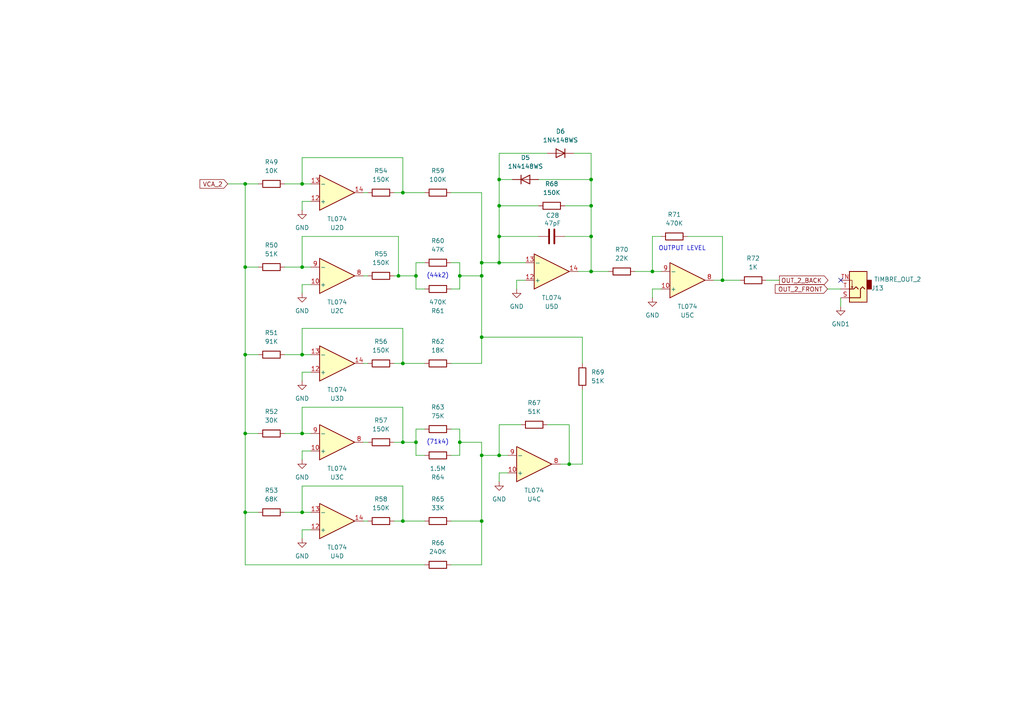
<source format=kicad_sch>
(kicad_sch (version 20231120) (generator "eeschema") (generator_version "8.0")
  (paper "A4")
  (title_block (title "Dual Timbre Wavefolder Section") (date "2025-05-01") (rev "1.0") (company "StudioKAT"))
  (lib_symbols
    (symbol "Amplifier_Operational:TL074" (pin_names (offset 0.127))
      (property "Reference" "U" (at 0 5.08 0))
      (property "Value" "TL074" (at 0 -5.08 0))
      (symbol "TL074_1_1"
        (polyline (pts (xy -5.08 5.08) (xy 5.08 0) (xy -5.08 -5.08) (xy -5.08 5.08)) (stroke (width 0.254)) (fill (type background)))
        (pin output line (at 7.62 0 180) (length 2.54) (name "~") (number "1"))
        (pin input line (at -7.62 -2.54 0) (length 2.54) (name "-") (number "2"))
        (pin input line (at -7.62 2.54 0) (length 2.54) (name "+") (number "3"))
      )
      (symbol "TL074_2_1"
        (polyline (pts (xy -5.08 5.08) (xy 5.08 0) (xy -5.08 -5.08) (xy -5.08 5.08)) (stroke (width 0.254)) (fill (type background)))
        (pin input line (at -7.62 2.54 0) (length 2.54) (name "+") (number "5"))
        (pin input line (at -7.62 -2.54 0) (length 2.54) (name "-") (number "6"))
        (pin output line (at 7.62 0 180) (length 2.54) (name "~") (number "7"))
      )
      (symbol "TL074_3_1"
        (polyline (pts (xy -5.08 5.08) (xy 5.08 0) (xy -5.08 -5.08) (xy -5.08 5.08)) (stroke (width 0.254)) (fill (type background)))
        (pin input line (at -7.62 2.54 0) (length 2.54) (name "+") (number "10"))
        (pin output line (at 7.62 0 180) (length 2.54) (name "~") (number "8"))
        (pin input line (at -7.62 -2.54 0) (length 2.54) (name "-") (number "9"))
      )
      (symbol "TL074_4_1"
        (polyline (pts (xy -5.08 5.08) (xy 5.08 0) (xy -5.08 -5.08) (xy -5.08 5.08)) (stroke (width 0.254)) (fill (type background)))
        (pin input line (at -7.62 2.54 0) (length 2.54) (name "+") (number "12"))
        (pin input line (at -7.62 -2.54 0) (length 2.54) (name "-") (number "13"))
        (pin output line (at 7.62 0 180) (length 2.54) (name "~") (number "14"))
      )
      (symbol "TL074_5_1"
        (pin power_in line (at -2.54 -7.62 90) (length 3.81) (name "V-") (number "11"))
        (pin power_in line (at -2.54 7.62 270) (length 3.81) (name "V+") (number "4"))
      )
    )
    (symbol "Connector_Audio:AudioJack2_SwitchT"
      (property "Reference" "J" (at 0 8.89 0))
      (property "Value" "AudioJack2_SwitchT" (at 0 6.35 0))
      (symbol "AudioJack2_SwitchT_0_1"
        (rectangle (start -2.54 0) (end -3.81 -2.54) (stroke (width 0.254)) (fill (type outline)))
        (polyline (pts (xy 1.778 -0.254) (xy 2.032 -0.762)))
        (polyline (pts (xy 0 0) (xy 0.635 -0.635) (xy 1.27 0) (xy 2.54 0)) (stroke (width 0.254)))
        (polyline (pts (xy 2.54 -2.54) (xy 1.778 -2.54) (xy 1.778 -0.254) (xy 1.524 -0.762)))
        (polyline (pts (xy 2.54 2.54) (xy -0.635 2.54) (xy -0.635 0) (xy -1.27 -0.635) (xy -1.905 0)) (stroke (width 0.254)))
        (rectangle (start 2.54 3.81) (end -2.54 -5.08) (stroke (width 0.254)) (fill (type background)))
      )
      (symbol "AudioJack2_SwitchT_1_1"
        (pin passive line (at 5.08 2.54 180) (length 2.54) (name "~") (number "S"))
        (pin passive line (at 5.08 0 180) (length 2.54) (name "~") (number "T"))
        (pin passive line (at 5.08 -2.54 180) (length 2.54) (name "~") (number "TN"))
      )
    )
    (symbol "Device:C" (pin_numbers hide) (pin_names (offset 0.254))
      (property "Reference" "C" (at 0.635 2.54 0))
      (property "Value" "C" (at 0.635 -2.54 0))
      (symbol "C_0_1"
        (polyline (pts (xy -2.032 -0.762) (xy 2.032 -0.762)) (stroke (width 0.508)))
        (polyline (pts (xy -2.032 0.762) (xy 2.032 0.762)) (stroke (width 0.508)))
      )
      (symbol "C_1_1"
        (pin passive line (at 0 3.81 270) (length 2.794) (name "~") (number "1"))
        (pin passive line (at 0 -3.81 90) (length 2.794) (name "~") (number "2"))
      )
    )
    (symbol "Device:R" (pin_numbers hide) (pin_names (offset 0))
      (property "Reference" "R" (at 2.032 0 90))
      (property "Value" "R" (at 0 0 90))
      (symbol "R_0_1"
        (rectangle (start -1.016 -2.54) (end 1.016 2.54) (stroke (width 0.254)))
      )
      (symbol "R_1_1"
        (pin passive line (at 0 3.81 270) (length 1.27) (name "~") (number "1"))
        (pin passive line (at 0 -3.81 90) (length 1.27) (name "~") (number "2"))
      )
    )
    (symbol "Diode:1N4148WS" (pin_numbers hide) (pin_names hide)
      (property "Reference" "D" (at 0 2.54 0))
      (property "Value" "1N4148WS" (at 0 -2.54 0))
      (symbol "1N4148WS_0_1"
        (polyline (pts (xy -1.27 1.27) (xy -1.27 -1.27)) (stroke (width 0.254)))
        (polyline (pts (xy 1.27 0) (xy -1.27 0)))
        (polyline (pts (xy 1.27 1.27) (xy 1.27 -1.27) (xy -1.27 0) (xy 1.27 1.27)) (stroke (width 0.254)))
      )
      (symbol "1N4148WS_1_1"
        (pin passive line (at -3.81 0 0) (length 2.54) (name "K") (number "1"))
        (pin passive line (at 3.81 0 180) (length 2.54) (name "A") (number "2"))
      )
    )
    (symbol "power:GND" (power) (pin_numbers hide) (pin_names (offset 0) hide)
      (property "Value" "GND" (at 0 -3.81 0))
      (symbol "GND_0_1"
        (polyline (pts (xy 0 0) (xy 0 -1.27) (xy 1.27 -1.27) (xy 0 -2.54) (xy -1.27 -1.27) (xy 0 -1.27)))
      )
      (symbol "GND_1_1"
        (pin power_in line (at 0 0 270) (length 0) (name "~") (number "1"))
      )
    )
    (symbol "power:GND1" (power) (pin_numbers hide) (pin_names (offset 0) hide)
      (property "Value" "GND1" (at 0 -3.81 0))
      (symbol "GND1_0_1"
        (polyline (pts (xy 0 0) (xy 0 -1.27) (xy 1.27 -1.27) (xy 0 -2.54) (xy -1.27 -1.27) (xy 0 -1.27)))
      )
      (symbol "GND1_1_1"
        (pin power_in line (at 0 0 270) (length 0) (name "~") (number "1"))
      )
    )
  )
  (junction (at 71.12 77.47))
  (junction (at 144.78 59.69))
  (junction (at 87.63 125.73))
  (junction (at 120.65 128.27))
  (junction (at 87.63 102.87))
  (junction (at 144.78 132.08))
  (junction (at 115.57 80.01))
  (junction (at 139.7 132.08))
  (junction (at 71.12 148.59))
  (junction (at 144.78 68.58))
  (junction (at 71.12 102.87))
  (junction (at 144.78 52.07))
  (junction (at 139.7 97.79))
  (junction (at 171.45 78.74))
  (junction (at 139.7 151.13))
  (junction (at 139.7 76.2))
  (junction (at 144.78 76.2))
  (junction (at 139.7 80.01))
  (junction (at 87.63 53.34))
  (junction (at 116.84 105.41))
  (junction (at 133.35 128.27))
  (junction (at 116.84 55.88))
  (junction (at 171.45 68.58))
  (junction (at 71.12 53.34))
  (junction (at 209.55 81.28))
  (junction (at 120.65 80.01))
  (junction (at 87.63 77.47))
  (junction (at 116.84 128.27))
  (junction (at 189.23 78.74))
  (junction (at 133.35 80.01))
  (junction (at 116.84 151.13))
  (junction (at 171.45 52.07))
  (junction (at 165.1 134.62))
  (junction (at 171.45 59.69))
  (junction (at 87.63 148.59))
  (junction (at 71.12 125.73))
  (no_connect (at 243.84 81.28))
  (wire (pts (xy 106.68 55.88) (xy 105.41 55.88)))
  (wire (pts (xy 156.21 59.69) (xy 144.78 59.69)))
  (wire (pts (xy 74.93 53.34) (xy 71.12 53.34)))
  (wire (pts (xy 87.63 102.87) (xy 87.63 95.25)))
  (wire (pts (xy 90.17 107.95) (xy 87.63 107.95)))
  (wire (pts (xy 209.55 81.28) (xy 214.63 81.28)))
  (wire (pts (xy 120.65 124.46) (xy 123.19 124.46)))
  (wire (pts (xy 82.55 148.59) (xy 87.63 148.59)))
  (wire (pts (xy 144.78 132.08) (xy 144.78 123.19)))
  (wire (pts (xy 74.93 77.47) (xy 71.12 77.47)))
  (wire (pts (xy 74.93 125.73) (xy 71.12 125.73)))
  (wire (pts (xy 171.45 78.74) (xy 176.53 78.74)))
  (wire (pts (xy 90.17 77.47) (xy 87.63 77.47)))
  (wire (pts (xy 158.75 123.19) (xy 165.1 123.19)))
  (wire (pts (xy 71.12 53.34) (xy 71.12 77.47)))
  (wire (pts (xy 163.83 59.69) (xy 171.45 59.69)))
  (wire (pts (xy 199.39 68.58) (xy 209.55 68.58)))
  (wire (pts (xy 133.35 132.08) (xy 130.81 132.08)))
  (wire (pts (xy 139.7 76.2) (xy 144.78 76.2)))
  (wire (pts (xy 156.21 52.07) (xy 171.45 52.07)))
  (wire (pts (xy 240.03 83.82) (xy 243.84 83.82)))
  (wire (pts (xy 74.93 102.87) (xy 71.12 102.87)))
  (wire (pts (xy 165.1 123.19) (xy 165.1 134.62)))
  (wire (pts (xy 87.63 58.42) (xy 87.63 60.96)))
  (wire (pts (xy 120.65 124.46) (xy 120.65 128.27)))
  (wire (pts (xy 114.3 80.01) (xy 115.57 80.01)))
  (wire (pts (xy 120.65 132.08) (xy 120.65 128.27)))
  (wire (pts (xy 114.3 128.27) (xy 116.84 128.27)))
  (wire (pts (xy 144.78 52.07) (xy 144.78 59.69)))
  (wire (pts (xy 87.63 95.25) (xy 116.84 95.25)))
  (wire (pts (xy 71.12 148.59) (xy 71.12 163.83)))
  (wire (pts (xy 116.84 128.27) (xy 116.84 118.11)))
  (wire (pts (xy 120.65 76.2) (xy 120.65 80.01)))
  (wire (pts (xy 114.3 151.13) (xy 116.84 151.13)))
  (wire (pts (xy 114.3 55.88) (xy 116.84 55.88)))
  (wire (pts (xy 133.35 128.27) (xy 139.7 128.27)))
  (wire (pts (xy 87.63 148.59) (xy 87.63 140.97)))
  (wire (pts (xy 158.75 44.45) (xy 144.78 44.45)))
  (wire (pts (xy 133.35 80.01) (xy 139.7 80.01)))
  (wire (pts (xy 144.78 68.58) (xy 144.78 76.2)))
  (wire (pts (xy 139.7 151.13) (xy 139.7 163.83)))
  (wire (pts (xy 105.41 128.27) (xy 106.68 128.27)))
  (wire (pts (xy 166.37 44.45) (xy 171.45 44.45)))
  (wire (pts (xy 106.68 80.01) (xy 105.41 80.01)))
  (wire (pts (xy 191.77 83.82) (xy 189.23 83.82)))
  (wire (pts (xy 120.65 132.08) (xy 123.19 132.08)))
  (wire (pts (xy 106.68 151.13) (xy 105.41 151.13)))
  (wire (pts (xy 106.68 105.41) (xy 105.41 105.41)))
  (wire (pts (xy 209.55 68.58) (xy 209.55 81.28)))
  (wire (pts (xy 87.63 125.73) (xy 87.63 118.11)))
  (wire (pts (xy 171.45 59.69) (xy 171.45 68.58)))
  (wire (pts (xy 71.12 125.73) (xy 71.12 148.59)))
  (wire (pts (xy 133.35 124.46) (xy 133.35 128.27)))
  (wire (pts (xy 133.35 76.2) (xy 130.81 76.2)))
  (wire (pts (xy 144.78 123.19) (xy 151.13 123.19)))
  (wire (pts (xy 189.23 83.82) (xy 189.23 86.36)))
  (wire (pts (xy 171.45 78.74) (xy 167.64 78.74)))
  (wire (pts (xy 82.55 77.47) (xy 87.63 77.47)))
  (wire (pts (xy 144.78 76.2) (xy 152.4 76.2)))
  (wire (pts (xy 87.63 82.55) (xy 87.63 85.09)))
  (wire (pts (xy 116.84 128.27) (xy 120.65 128.27)))
  (wire (pts (xy 87.63 68.58) (xy 115.57 68.58)))
  (wire (pts (xy 139.7 128.27) (xy 139.7 132.08)))
  (wire (pts (xy 115.57 68.58) (xy 115.57 80.01)))
  (wire (pts (xy 116.84 105.41) (xy 116.84 95.25)))
  (wire (pts (xy 90.17 102.87) (xy 87.63 102.87)))
  (wire (pts (xy 130.81 105.41) (xy 139.7 105.41)))
  (wire (pts (xy 163.83 68.58) (xy 171.45 68.58)))
  (wire (pts (xy 114.3 105.41) (xy 116.84 105.41)))
  (wire (pts (xy 222.25 81.28) (xy 226.06 81.28)))
  (wire (pts (xy 87.63 140.97) (xy 116.84 140.97)))
  (wire (pts (xy 116.84 55.88) (xy 123.19 55.88)))
  (wire (pts (xy 115.57 80.01) (xy 120.65 80.01)))
  (wire (pts (xy 90.17 58.42) (xy 87.63 58.42)))
  (wire (pts (xy 87.63 68.58) (xy 87.63 77.47)))
  (wire (pts (xy 243.84 88.9) (xy 243.84 86.36)))
  (wire (pts (xy 87.63 45.72) (xy 116.84 45.72)))
  (wire (pts (xy 82.55 102.87) (xy 87.63 102.87)))
  (wire (pts (xy 87.63 153.67) (xy 87.63 156.21)))
  (wire (pts (xy 171.45 68.58) (xy 171.45 78.74)))
  (wire (pts (xy 144.78 44.45) (xy 144.78 52.07)))
  (wire (pts (xy 207.01 81.28) (xy 209.55 81.28)))
  (wire (pts (xy 133.35 132.08) (xy 133.35 128.27)))
  (wire (pts (xy 71.12 148.59) (xy 74.93 148.59)))
  (wire (pts (xy 168.91 134.62) (xy 165.1 134.62)))
  (wire (pts (xy 148.59 52.07) (xy 144.78 52.07)))
  (wire (pts (xy 130.81 151.13) (xy 139.7 151.13)))
  (wire (pts (xy 152.4 81.28) (xy 149.86 81.28)))
  (wire (pts (xy 116.84 151.13) (xy 123.19 151.13)))
  (wire (pts (xy 189.23 68.58) (xy 189.23 78.74)))
  (wire (pts (xy 149.86 81.28) (xy 149.86 83.82)))
  (wire (pts (xy 87.63 53.34) (xy 87.63 45.72)))
  (wire (pts (xy 87.63 107.95) (xy 87.63 110.49)))
  (wire (pts (xy 120.65 76.2) (xy 123.19 76.2)))
  (wire (pts (xy 87.63 125.73) (xy 90.17 125.73)))
  (wire (pts (xy 168.91 113.03) (xy 168.91 134.62)))
  (wire (pts (xy 133.35 76.2) (xy 133.35 80.01)))
  (wire (pts (xy 139.7 105.41) (xy 139.7 97.79)))
  (wire (pts (xy 90.17 82.55) (xy 87.63 82.55)))
  (wire (pts (xy 116.84 105.41) (xy 123.19 105.41)))
  (wire (pts (xy 139.7 163.83) (xy 130.81 163.83)))
  (wire (pts (xy 139.7 80.01) (xy 139.7 97.79)))
  (wire (pts (xy 144.78 132.08) (xy 139.7 132.08)))
  (wire (pts (xy 144.78 137.16) (xy 147.32 137.16)))
  (wire (pts (xy 116.84 55.88) (xy 116.84 45.72)))
  (wire (pts (xy 120.65 83.82) (xy 120.65 80.01)))
  (wire (pts (xy 123.19 163.83) (xy 71.12 163.83)))
  (wire (pts (xy 191.77 68.58) (xy 189.23 68.58)))
  (wire (pts (xy 189.23 78.74) (xy 191.77 78.74)))
  (wire (pts (xy 87.63 118.11) (xy 116.84 118.11)))
  (wire (pts (xy 165.1 134.62) (xy 162.56 134.62)))
  (wire (pts (xy 90.17 53.34) (xy 87.63 53.34)))
  (wire (pts (xy 144.78 137.16) (xy 144.78 139.7)))
  (wire (pts (xy 139.7 132.08) (xy 139.7 151.13)))
  (wire (pts (xy 90.17 130.81) (xy 87.63 130.81)))
  (wire (pts (xy 90.17 153.67) (xy 87.63 153.67)))
  (wire (pts (xy 144.78 59.69) (xy 144.78 68.58)))
  (wire (pts (xy 168.91 105.41) (xy 168.91 97.79)))
  (wire (pts (xy 171.45 44.45) (xy 171.45 52.07)))
  (wire (pts (xy 168.91 97.79) (xy 139.7 97.79)))
  (wire (pts (xy 133.35 83.82) (xy 133.35 80.01)))
  (wire (pts (xy 171.45 52.07) (xy 171.45 59.69)))
  (wire (pts (xy 82.55 53.34) (xy 87.63 53.34)))
  (wire (pts (xy 184.15 78.74) (xy 189.23 78.74)))
  (wire (pts (xy 66.04 53.34) (xy 71.12 53.34)))
  (wire (pts (xy 87.63 130.81) (xy 87.63 133.35)))
  (wire (pts (xy 71.12 102.87) (xy 71.12 125.73)))
  (wire (pts (xy 87.63 148.59) (xy 90.17 148.59)))
  (wire (pts (xy 116.84 151.13) (xy 116.84 140.97)))
  (wire (pts (xy 139.7 80.01) (xy 139.7 76.2)))
  (wire (pts (xy 71.12 77.47) (xy 71.12 102.87)))
  (wire (pts (xy 130.81 124.46) (xy 133.35 124.46)))
  (wire (pts (xy 130.81 83.82) (xy 133.35 83.82)))
  (wire (pts (xy 120.65 83.82) (xy 123.19 83.82)))
  (wire (pts (xy 139.7 55.88) (xy 139.7 76.2)))
  (wire (pts (xy 82.55 125.73) (xy 87.63 125.73)))
  (wire (pts (xy 130.81 55.88) (xy 139.7 55.88)))
  (wire (pts (xy 147.32 132.08) (xy 144.78 132.08)))
  (wire (pts (xy 156.21 68.58) (xy 144.78 68.58)))
  (text "OUTPUT LEVEL" (at 197.866 72.136 0) (effects (font (size 1.27 1.27))))
  (text "(44k2)" (at 123.698 80.772 0) (effects (font (size 1.27 1.27)) (justify left bottom)))
  (text "(71k4)" (at 123.698 129.032 0) (effects (font (size 1.27 1.27)) (justify left bottom)))
  (global_label "OUT_2_FRONT" (shape input) (at 240.03 83.82 180) (property "Intersheetrefs" "${INTERSHEET_REFS}" (effects (hide yes))))
  (global_label "OUT_2_BACK" (shape output) (at 226.06 81.28 0) (property "Intersheetrefs" "${INTERSHEET_REFS}" (effects (hide yes))))
  (global_label "VCA_2" (shape input) (at 66.04 53.34 180) (property "Intersheetrefs" "${INTERSHEET_REFS}" (effects (hide yes))))
  (symbol (lib_id "Device:R") (at 127 132.08 90) (mirror x) (unit 1)
    (property "Reference" "R64" (at 127 138.43 90))
    (property "Value" "1.5M" (at 127 135.89 90))
    (property "Footprint" "Resistor_SMD:R_0603_1608Metric" (effects (hide yes)))
    (property "Description" "Resistor" (effects (hide yes)))
    (property "LCSC" "C4172" (effects (hide yes)))
  )
  (symbol (lib_id "Device:R") (at 127 105.41 90) (unit 1)
    (property "Reference" "R62" (at 127 99.06 90))
    (property "Value" "18K" (at 127 101.6 90))
    (property "Footprint" "Resistor_SMD:R_0402_1005Metric" (effects (hide yes)))
    (property "Description" "Resistor" (effects (hide yes)))
    (property "LCSC" "C25762" (effects (hide yes)))
  )
  (symbol (lib_id "Device:R") (at 168.91 109.22 180) (unit 1)
    (property "Reference" "R69" (at 171.45 107.9499 0) (effects (justify right)))
    (property "Value" "51K" (at 171.45 110.4899 0) (effects (justify right)))
    (property "Footprint" "Resistor_SMD:R_0402_1005Metric" (effects (hide yes)))
    (property "Description" "Resistor" (effects (hide yes)))
    (property "LCSC" "C25794" (effects (hide yes)))
  )
  (symbol (lib_id "power:GND") (at 189.23 86.36 0) (unit 1)
    (property "Reference" "#PWR058" (effects (hide yes)))
    (property "Value" "GND" (at 189.23 91.44 0))
  )
  (symbol (lib_id "Device:R") (at 110.49 128.27 90) (unit 1)
    (property "Reference" "R57" (at 110.49 121.92 90))
    (property "Value" "150K" (at 110.49 124.46 90))
    (property "Footprint" "Resistor_SMD:R_0402_1005Metric" (effects (hide yes)))
    (property "Description" "Resistor" (effects (hide yes)))
    (property "LCSC" "C25755" (effects (hide yes)))
  )
  (symbol (lib_id "power:GND") (at 87.63 110.49 0) (unit 1)
    (property "Reference" "#PWR053" (effects (hide yes)))
    (property "Value" "GND" (at 87.63 115.57 0))
    (property "Description" "Power symbol creates a global label with name \"GND\" , ground" (effects (hide yes)))
  )
  (symbol (lib_id "power:GND") (at 87.63 156.21 0) (unit 1)
    (property "Reference" "#PWR055" (effects (hide yes)))
    (property "Value" "GND" (at 87.63 161.29 0))
    (property "Description" "Power symbol creates a global label with name \"GND\" , ground" (effects (hide yes)))
  )
  (symbol (lib_id "power:GND1") (at 243.84 88.9 0) (unit 1)
    (property "Reference" "#PWR059" (effects (hide yes)))
    (property "Value" "GND1" (at 243.84 93.98 0))
    (property "Description" "Power symbol creates a global label with name \"GND1\" , ground" (effects (hide yes)))
  )
  (symbol (lib_id "Device:R") (at 78.74 53.34 90) (unit 1)
    (property "Reference" "R49" (at 78.74 46.99 90))
    (property "Value" "10K" (at 78.74 49.53 90))
    (property "Footprint" "Resistor_SMD:R_0402_1005Metric" (effects (hide yes)))
    (property "Description" "Resistor" (effects (hide yes)))
    (property "LCSC" "C25744" (effects (hide yes)))
  )
  (symbol (lib_id "Device:R") (at 154.94 123.19 90) (unit 1)
    (property "Reference" "R67" (at 154.94 116.84 90))
    (property "Value" "51K" (at 154.94 119.38 90))
    (property "Footprint" "Resistor_SMD:R_0402_1005Metric" (effects (hide yes)))
    (property "Description" "Resistor" (effects (hide yes)))
    (property "LCSC" "C25794" (effects (hide yes)))
  )
  (symbol (lib_id "Amplifier_Operational:TL074") (at 97.79 55.88 0) (mirror x) (unit 4)
    (property "Reference" "U2" (at 97.79 66.04 0))
    (property "Value" "TL074" (at 97.79 63.5 0))
    (property "Footprint" "Package_SO:SOIC-14_3.9x8.7mm_P1.27mm" (effects (hide yes)))
    (property "Datasheet" "http://www.ti.com/lit/ds/symlink/tl071.pdf" (effects (hide yes)))
    (property "Description" "Quad Low-Noise JFET-Input Operational Amplifiers, DIP-14/SOIC-14" (effects (hide yes)))
    (property "LCSC" "C6963" (effects (hide yes)))
  )
  (symbol (lib_id "Amplifier_Operational:TL074") (at 97.79 105.41 0) (mirror x) (unit 4)
    (property "Reference" "U3" (at 97.79 115.57 0))
    (property "Value" "TL074" (at 97.79 113.03 0))
    (property "Footprint" "Package_SO:SOIC-14_3.9x8.7mm_P1.27mm" (effects (hide yes)))
    (property "Datasheet" "http://www.ti.com/lit/ds/symlink/tl071.pdf" (effects (hide yes)))
    (property "Description" "Quad Low-Noise JFET-Input Operational Amplifiers, DIP-14/SOIC-14" (effects (hide yes)))
    (property "LCSC" "C6963" (effects (hide yes)))
  )
  (symbol (lib_id "Amplifier_Operational:TL074") (at 97.79 80.01 0) (mirror x) (unit 3)
    (property "Reference" "U2" (at 97.79 90.17 0))
    (property "Value" "TL074" (at 97.79 87.63 0))
    (property "Footprint" "Package_SO:SOIC-14_3.9x8.7mm_P1.27mm" (effects (hide yes)))
    (property "Datasheet" "http://www.ti.com/lit/ds/symlink/tl071.pdf" (effects (hide yes)))
    (property "Description" "Quad Low-Noise JFET-Input Operational Amplifiers, DIP-14/SOIC-14" (effects (hide yes)))
    (property "LCSC" "C6963" (effects (hide yes)))
  )
  (symbol (lib_id "Device:R") (at 160.02 59.69 90) (unit 1)
    (property "Reference" "R68" (at 160.02 53.34 90))
    (property "Value" "150K" (at 160.02 55.88 90))
    (property "Footprint" "Resistor_SMD:R_0402_1005Metric" (effects (hide yes)))
    (property "Description" "Resistor" (effects (hide yes)))
    (property "LCSC" "C25755" (effects (hide yes)))
  )
  (symbol (lib_id "Device:R") (at 127 76.2 90) (unit 1)
    (property "Reference" "R60" (at 127 69.85 90))
    (property "Value" "47K" (at 127 72.39 90))
    (property "Footprint" "Resistor_SMD:R_0402_1005Metric" (effects (hide yes)))
    (property "Description" "Resistor" (effects (hide yes)))
    (property "LCSC" "C25792" (effects (hide yes)))
  )
  (symbol (lib_id "Device:R") (at 110.49 105.41 90) (unit 1)
    (property "Reference" "R56" (at 110.49 99.06 90))
    (property "Value" "150K" (at 110.49 101.6 90))
    (property "Footprint" "Resistor_SMD:R_0402_1005Metric" (effects (hide yes)))
    (property "Description" "Resistor" (effects (hide yes)))
    (property "LCSC" "C25755" (effects (hide yes)))
  )
  (symbol (lib_id "power:GND") (at 149.86 83.82 0) (unit 1)
    (property "Reference" "#PWR057" (effects (hide yes)))
    (property "Value" "GND" (at 149.86 88.9 0))
    (property "Description" "Power symbol creates a global label with name \"GND\" , ground" (effects (hide yes)))
  )
  (symbol (lib_id "Amplifier_Operational:TL074") (at 97.79 128.27 0) (mirror x) (unit 3)
    (property "Reference" "U3" (at 97.79 138.43 0))
    (property "Value" "TL074" (at 97.79 135.89 0))
    (property "Footprint" "Package_SO:SOIC-14_3.9x8.7mm_P1.27mm" (effects (hide yes)))
    (property "Datasheet" "http://www.ti.com/lit/ds/symlink/tl071.pdf" (effects (hide yes)))
    (property "Description" "Quad Low-Noise JFET-Input Operational Amplifiers, DIP-14/SOIC-14" (effects (hide yes)))
    (property "LCSC" "C6963" (effects (hide yes)))
  )
  (symbol (lib_id "Device:R") (at 127 151.13 90) (unit 1)
    (property "Reference" "R65" (at 127 144.78 90))
    (property "Value" "33K" (at 127 147.32 90))
    (property "Footprint" "Resistor_SMD:R_0402_1005Metric" (effects (hide yes)))
    (property "Description" "Resistor" (effects (hide yes)))
    (property "LCSC" "C25779" (effects (hide yes)))
  )
  (symbol (lib_id "power:GND") (at 87.63 60.96 0) (unit 1)
    (property "Reference" "#PWR051" (effects (hide yes)))
    (property "Value" "GND" (at 87.63 66.04 0))
    (property "Description" "Power symbol creates a global label with name \"GND\" , ground" (effects (hide yes)))
  )
  (symbol (lib_id "Amplifier_Operational:TL074") (at 97.79 151.13 0) (mirror x) (unit 4)
    (property "Reference" "U4" (at 97.79 161.29 0))
    (property "Value" "TL074" (at 97.79 158.75 0))
    (property "Footprint" "Package_SO:SOIC-14_3.9x8.7mm_P1.27mm" (effects (hide yes)))
    (property "Datasheet" "http://www.ti.com/lit/ds/symlink/tl071.pdf" (effects (hide yes)))
    (property "Description" "Quad Low-Noise JFET-Input Operational Amplifiers, DIP-14/SOIC-14" (effects (hide yes)))
    (property "LCSC" "C6963" (effects (hide yes)))
  )
  (symbol (lib_id "Device:R") (at 78.74 125.73 90) (unit 1)
    (property "Reference" "R52" (at 78.74 119.38 90))
    (property "Value" "30K" (at 78.74 121.92 90))
    (property "Footprint" "Resistor_SMD:R_0603_1608Metric" (effects (hide yes)))
    (property "Description" "Resistor" (effects (hide yes)))
    (property "LCSC" "C22984" (effects (hide yes)))
  )
  (symbol (lib_id "Device:R") (at 127 124.46 90) (unit 1)
    (property "Reference" "R63" (at 127 118.11 90))
    (property "Value" "75K" (at 127 120.65 90))
    (property "Footprint" "Resistor_SMD:R_0402_1005Metric" (effects (hide yes)))
    (property "Description" "Resistor" (effects (hide yes)))
    (property "LCSC" "C25798" (effects (hide yes)))
  )
  (symbol (lib_id "Diode:1N4148WS") (at 162.56 44.45 0) (mirror y) (unit 1)
    (property "Reference" "D6" (at 162.56 38.1 0))
    (property "Value" "1N4148WS" (at 162.56 40.64 0))
    (property "Footprint" "Diode_SMD:D_SOD-323" (effects (hide yes)))
    (property "Datasheet" "https://www.vishay.com/docs/85751/1n4148ws.pdf" (effects (hide yes)))
    (property "Description" "75V 0.15A Fast switching Diode, SOD-323" (effects (hide yes)))
    (property "Sim.Device" "D" (effects (hide yes)))
    (property "Sim.Pins" "1=K 2=A" (effects (hide yes)))
    (property "LCSC" "C2128" (effects (hide yes)))
  )
  (symbol (lib_id "Connector_Audio:AudioJack2_SwitchT") (at 248.92 83.82 180) (unit 1)
    (property "Reference" "J13" (at 254.508 83.566 0))
    (property "Value" "TIMBRE_OUT_2" (at 260.35 81.026 0))
    (property "Footprint" "kat_eurorack:AudioJack_PJ301M-12" (effects (hide yes)))
    (property "Description" "Audio Jack, 2 Poles (Mono / TS), Switched T Pole (Normalling)" (effects (hide yes)))
  )
  (symbol (lib_id "Device:R") (at 195.58 68.58 90) (unit 1)
    (property "Reference" "R71" (at 195.58 62.23 90))
    (property "Value" "470K" (at 195.58 64.77 90))
    (property "Footprint" "Resistor_SMD:R_0603_1608Metric_Pad0.98x0.95mm_HandSolder" (effects (hide yes)))
    (property "Description" "Resistor" (effects (hide yes)))
    (property "LCSC" "C23178" (effects (hide yes)))
  )
  (symbol (lib_id "Device:R") (at 78.74 102.87 90) (unit 1)
    (property "Reference" "R51" (at 78.74 96.52 90))
    (property "Value" "91K" (at 78.74 99.06 90))
    (property "Footprint" "Resistor_SMD:R_0603_1608Metric" (effects (hide yes)))
    (property "Description" "Resistor" (effects (hide yes)))
    (property "LCSC" "C23265" (effects (hide yes)))
  )
  (symbol (lib_id "Device:R") (at 127 55.88 90) (unit 1)
    (property "Reference" "R59" (at 127 49.53 90))
    (property "Value" "100K" (at 127 52.07 90))
    (property "Footprint" "Resistor_SMD:R_0402_1005Metric" (effects (hide yes)))
    (property "Description" "Resistor" (effects (hide yes)))
    (property "LCSC" "C25741" (effects (hide yes)))
  )
  (symbol (lib_id "Amplifier_Operational:TL074") (at 154.94 134.62 0) (mirror x) (unit 3)
    (property "Reference" "U4" (at 154.94 144.78 0))
    (property "Value" "TL074" (at 154.94 142.24 0))
    (property "Footprint" "Package_SO:SOIC-14_3.9x8.7mm_P1.27mm" (effects (hide yes)))
    (property "Datasheet" "http://www.ti.com/lit/ds/symlink/tl071.pdf" (effects (hide yes)))
    (property "Description" "Quad Low-Noise JFET-Input Operational Amplifiers, DIP-14/SOIC-14" (effects (hide yes)))
    (property "LCSC" "C6963" (effects (hide yes)))
  )
  (symbol (lib_id "Device:R") (at 110.49 55.88 90) (unit 1)
    (property "Reference" "R54" (at 110.49 49.53 90))
    (property "Value" "150K" (at 110.49 52.07 90))
    (property "Footprint" "Resistor_SMD:R_0402_1005Metric" (effects (hide yes)))
    (property "Description" "Resistor" (effects (hide yes)))
    (property "LCSC" "C25755" (effects (hide yes)))
  )
  (symbol (lib_id "Diode:1N4148WS") (at 152.4 52.07 0) (unit 1)
    (property "Reference" "D5" (at 152.4 45.72 0))
    (property "Value" "1N4148WS" (at 152.4 48.26 0))
    (property "Footprint" "Diode_SMD:D_SOD-323" (effects (hide yes)))
    (property "Datasheet" "https://www.vishay.com/docs/85751/1n4148ws.pdf" (effects (hide yes)))
    (property "Description" "75V 0.15A Fast switching Diode, SOD-323" (effects (hide yes)))
    (property "Sim.Device" "D" (effects (hide yes)))
    (property "Sim.Pins" "1=K 2=A" (effects (hide yes)))
    (property "LCSC" "C2128" (effects (hide yes)))
  )
  (symbol (lib_id "Device:R") (at 127 83.82 90) (mirror x) (unit 1)
    (property "Reference" "R61" (at 127 90.17 90))
    (property "Value" "470K" (at 127 87.63 90))
    (property "Footprint" "Resistor_SMD:R_0402_1005Metric" (effects (hide yes)))
    (property "Description" "Resistor" (effects (hide yes)))
    (property "LCSC" "C25790" (effects (hide yes)))
  )
  (symbol (lib_id "Device:R") (at 110.49 80.01 90) (unit 1)
    (property "Reference" "R55" (at 110.49 73.66 90))
    (property "Value" "150K" (at 110.49 76.2 90))
    (property "Footprint" "Resistor_SMD:R_0402_1005Metric" (effects (hide yes)))
    (property "Description" "Resistor" (effects (hide yes)))
    (property "LCSC" "C25755" (effects (hide yes)))
  )
  (symbol (lib_id "power:GND") (at 144.78 139.7 0) (unit 1)
    (property "Reference" "#PWR056" (effects (hide yes)))
    (property "Value" "GND" (at 144.78 144.78 0))
    (property "Description" "Power symbol creates a global label with name \"GND\" , ground" (effects (hide yes)))
  )
  (symbol (lib_id "Device:R") (at 127 163.83 90) (unit 1)
    (property "Reference" "R66" (at 127 157.48 90))
    (property "Value" "240K" (at 127 160.02 90))
    (property "Footprint" "Resistor_SMD:R_0603_1608Metric" (effects (hide yes)))
    (property "Description" "Resistor" (effects (hide yes)))
    (property "LCSC" "C4197" (effects (hide yes)))
  )
  (symbol (lib_id "Amplifier_Operational:TL074") (at 199.39 81.28 0) (mirror x) (unit 3)
    (property "Reference" "U5" (at 199.39 91.44 0))
    (property "Value" "TL074" (at 199.39 88.9 0))
    (property "Footprint" "Package_SO:SOIC-14_3.9x8.7mm_P1.27mm" (effects (hide yes)))
    (property "Datasheet" "http://www.ti.com/lit/ds/symlink/tl071.pdf" (effects (hide yes)))
    (property "Description" "Quad Low-Noise JFET-Input Operational Amplifiers, DIP-14/SOIC-14" (effects (hide yes)))
    (property "LCSC" "C6963" (effects (hide yes)))
  )
  (symbol (lib_id "power:GND") (at 87.63 85.09 0) (unit 1)
    (property "Reference" "#PWR052" (effects (hide yes)))
    (property "Value" "GND" (at 87.63 90.17 0))
    (property "Description" "Power symbol creates a global label with name \"GND\" , ground" (effects (hide yes)))
  )
  (symbol (lib_id "Device:R") (at 180.34 78.74 90) (unit 1)
    (property "Reference" "R70" (at 180.34 72.39 90))
    (property "Value" "22K" (at 180.34 74.93 90))
    (property "Footprint" "Resistor_SMD:R_0603_1608Metric_Pad0.98x0.95mm_HandSolder" (effects (hide yes)))
    (property "Description" "Resistor" (effects (hide yes)))
    (property "LCSC" "C31850" (effects (hide yes)))
  )
  (symbol (lib_id "power:GND") (at 87.63 133.35 0) (unit 1)
    (property "Reference" "#PWR054" (effects (hide yes)))
    (property "Value" "GND" (at 87.63 138.43 0))
    (property "Description" "Power symbol creates a global label with name \"GND\" , ground" (effects (hide yes)))
  )
  (symbol (lib_id "Device:R") (at 78.74 77.47 90) (unit 1)
    (property "Reference" "R50" (at 78.74 71.12 90))
    (property "Value" "51K" (at 78.74 73.66 90))
    (property "Footprint" "Resistor_SMD:R_0402_1005Metric" (effects (hide yes)))
    (property "Description" "Resistor" (effects (hide yes)))
    (property "LCSC" "C25794" (effects (hide yes)))
  )
  (symbol (lib_id "Device:R") (at 78.74 148.59 90) (unit 1)
    (property "Reference" "R53" (at 78.74 142.24 90))
    (property "Value" "68K" (at 78.74 144.78 90))
    (property "Footprint" "Resistor_SMD:R_0402_1005Metric" (effects (hide yes)))
    (property "Description" "Resistor" (effects (hide yes)))
    (property "LCSC" "C36871" (effects (hide yes)))
  )
  (symbol (lib_id "Device:R") (at 218.44 81.28 90) (unit 1)
    (property "Reference" "R72" (at 218.44 74.93 90))
    (property "Value" "1K" (at 218.44 77.47 90))
    (property "Footprint" "Resistor_SMD:R_0402_1005Metric" (effects (hide yes)))
    (property "Description" "Resistor" (effects (hide yes)))
    (property "LCSC" "C11702" (effects (hide yes)))
  )
  (symbol (lib_id "Amplifier_Operational:TL074") (at 160.02 78.74 0) (mirror x) (unit 4)
    (property "Reference" "U5" (at 160.02 88.9 0))
    (property "Value" "TL074" (at 160.02 86.36 0))
    (property "Footprint" "Package_SO:SOIC-14_3.9x8.7mm_P1.27mm" (effects (hide yes)))
    (property "Datasheet" "http://www.ti.com/lit/ds/symlink/tl071.pdf" (effects (hide yes)))
    (property "Description" "Quad Low-Noise JFET-Input Operational Amplifiers, DIP-14/SOIC-14" (effects (hide yes)))
    (property "LCSC" "C6963" (effects (hide yes)))
  )
  (symbol (lib_id "Device:R") (at 110.49 151.13 90) (unit 1)
    (property "Reference" "R58" (at 110.49 144.78 90))
    (property "Value" "150K" (at 110.49 147.32 90))
    (property "Footprint" "Resistor_SMD:R_0402_1005Metric" (effects (hide yes)))
    (property "Description" "Resistor" (effects (hide yes)))
    (property "LCSC" "C25755" (effects (hide yes)))
  )
  (symbol (lib_id "Device:C") (at 160.02 68.58 90) (unit 1)
    (property "Reference" "C28" (at 160.274 62.484 90))
    (property "Value" "47pF" (at 160.274 64.77 90))
    (property "Footprint" "Capacitor_SMD:C_0402_1005Metric" (effects (hide yes)))
    (property "LCSC" "C1567" (effects (hide yes)))
  )
)
</source>
